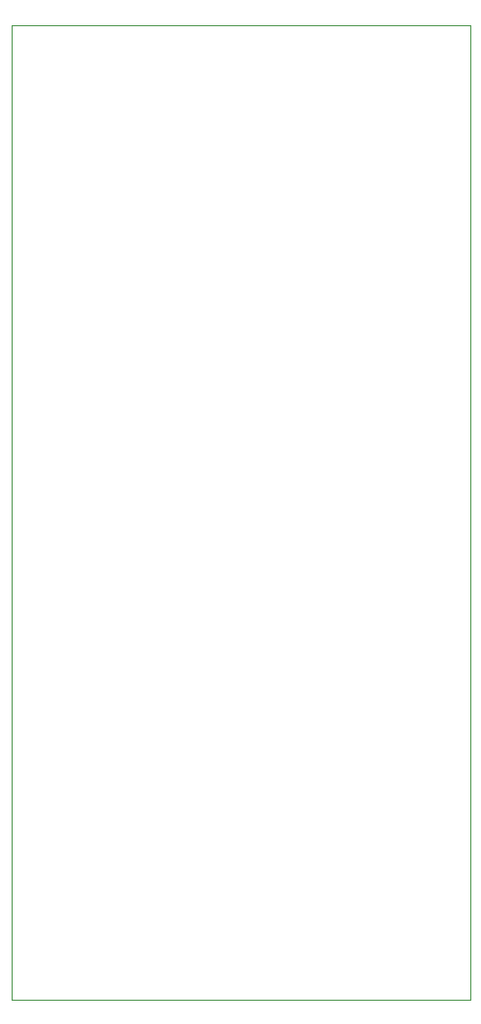
<source format=gm1>
G04 #@! TF.GenerationSoftware,KiCad,Pcbnew,(5.1.0)-1*
G04 #@! TF.CreationDate,2019-05-12T11:57:30-04:00*
G04 #@! TF.ProjectId,VCF,5643462e-6b69-4636-9164-5f7063625858,rev?*
G04 #@! TF.SameCoordinates,Original*
G04 #@! TF.FileFunction,Profile,NP*
%FSLAX46Y46*%
G04 Gerber Fmt 4.6, Leading zero omitted, Abs format (unit mm)*
G04 Created by KiCad (PCBNEW (5.1.0)-1) date 2019-05-12 11:57:30*
%MOMM*%
%LPD*%
G04 APERTURE LIST*
%ADD10C,0.050000*%
G04 APERTURE END LIST*
D10*
X30000000Y-115000000D02*
X30000000Y-30000000D01*
X70000000Y-115000000D02*
X30000000Y-115000000D01*
X70000000Y-30000000D02*
X70000000Y-115000000D01*
X30000000Y-30000000D02*
X70000000Y-30000000D01*
M02*

</source>
